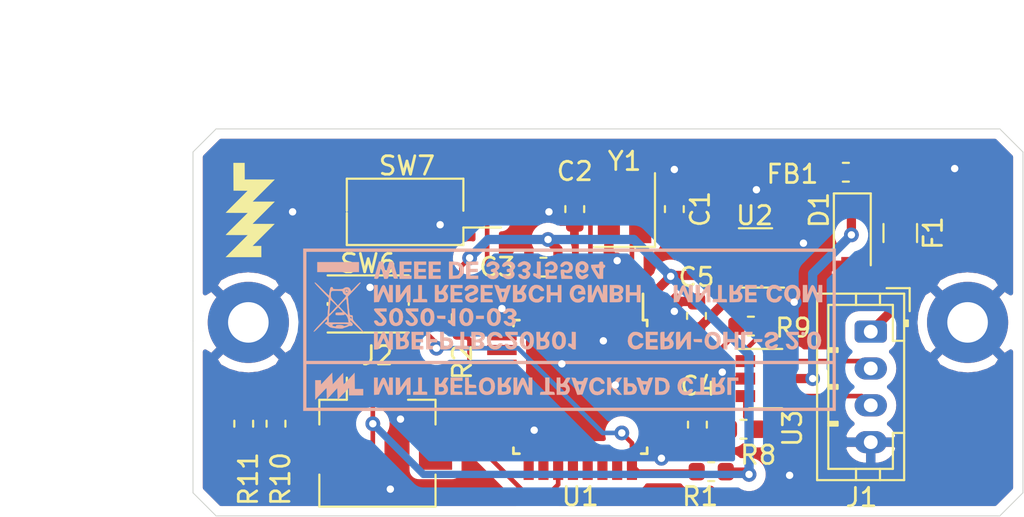
<source format=kicad_pcb>
(kicad_pcb (version 20171130) (host pcbnew 5.1.8+dfsg1-1+b1)
  (layers (0 F.Cu signal) (31 B.Cu signal) (34 B.Paste user) (35 F.Paste user) (36 B.SilkS user hide) (37 F.SilkS user) (38 B.Mask user) (39 F.Mask user) (44 Edge.Cuts user))
  (net 0 "")
  (net 1 GND)
  (net 2 "Net-(C1-Pad1)")
  (net 3 "Net-(C2-Pad2)")
  (net 4 +3V3)
  (net 5 "Net-(C4-Pad1)")
  (net 6 +5V)
  (net 7 SDA)
  (net 8 SCL)
  (net 9 RST)
  (net 10 RDY)
  (net 11 "Net-(R1-Pad2)")
  (net 12 "Net-(R2-Pad1)")
  (net 13 "Net-(R8-Pad2)")
  (net 14 "Net-(R9-Pad1)")
  (net 15 "Net-(U1-Pad26)")
  (net 16 "Net-(U1-Pad25)")
  (net 17 "Net-(U1-Pad23)")
  (net 18 "Net-(U1-Pad22)")
  (net 19 "Net-(U1-Pad21)")
  (net 20 "Net-(U1-Pad20)")
  (net 21 "Net-(U1-Pad18)")
  (net 22 "Net-(U1-Pad17)")
  (net 23 "Net-(U1-Pad14)")
  (net 24 "Net-(U1-Pad12)")
  (net 25 "Net-(U1-Pad11)")
  (net 26 "Net-(U1-Pad10)")
  (net 27 "Net-(U1-Pad9)")
  (net 28 "Net-(U1-Pad8)")
  (net 29 "Net-(U1-Pad7)")
  (net 30 "Net-(U1-Pad6)")
  (net 31 "Net-(U1-Pad5)")
  (net 32 "Net-(U2-Pad4)")
  (net 33 /5V_IN)
  (net 34 "Net-(F1-Pad1)")
  (net 35 /PD+)
  (net 36 /PD-)
  (net 37 /UD+)
  (net 38 /UD-)
  (module footprints2:Diptronics-PTLP2 (layer F.Cu) (at 183 104.5)
    (fp_text reference SW6 (at 0 -2.2) (layer F.SilkS))
    (fp_text value SW_RST)
    (pad 1 smd rect (at -2.425 -0.85 90) (size 1 1.75) (layers F.Cu F.Paste F.Mask) (net 1 GND))
    (pad 2 smd rect (at -2.425 0.85 90) (size 1 1.75) (layers F.Cu F.Paste F.Mask) (net 11 "Net-(R1-Pad2)"))
    (pad 1 smd rect (at 2.425 -0.85 90) (size 1 1.75) (layers F.Cu F.Paste F.Mask) (net 1 GND))
    (pad 2 smd rect (at 2.425 0.85 90) (size 1 1.75) (layers F.Cu F.Paste F.Mask) (net 11 "Net-(R1-Pad2)"))
  )
  (module Crystal:Crystal_SMD_3225-4Pin_3.2x2.5mm (layer F.Cu) (at 196.9 99.4 90)
    (fp_text reference Y1 (at 2.65 0 180) (layer F.SilkS))
    (fp_text value Crystal_GND24)
    (pad 4 smd rect (at -1.1 -0.85 90) (size 1.4 1.2) (layers F.Cu F.Paste F.Mask) (net 1 GND))
    (pad 3 smd rect (at 1.1 -0.85 90) (size 1.4 1.2) (layers F.Cu F.Paste F.Mask) (net 3 "Net-(C2-Pad2)"))
    (pad 2 smd rect (at 1.1 0.85 90) (size 1.4 1.2) (layers F.Cu F.Paste F.Mask) (net 1 GND))
    (pad 1 smd rect (at -1.1 0.85 90) (size 1.4 1.2) (layers F.Cu F.Paste F.Mask) (net 2 "Net-(C1-Pad1)"))
  )
  (module footprints:mnt-minilogo (layer F.Cu) (at 176.6 99.4 90)
    (fp_text reference MK13 hide)
    (fp_text value LOGO hide)
  )
  (module footprints:reform2-trackpadctrl-badge (layer B.Cu) (at 193.9 105.9)
    (fp_text reference MK1 hide)
    (fp_text value BADGE hide)
  )
  (module Resistor_SMD:R_0603_1608Metric (layer F.Cu) (at 188.05 105.2125 90)
    (fp_text reference R2 (at -2.4375 0.05 90) (layer F.SilkS))
    (fp_text value 10k)
    (pad 2 smd roundrect (at 0.7875 0 90) (size 0.875 0.95) (layers F.Cu F.Paste F.Mask) (net 4 +3V3))
    (pad 1 smd roundrect (at -0.7875 0 90) (size 0.875 0.95) (layers F.Cu F.Paste F.Mask) (net 12 "Net-(R2-Pad1)"))
  )
  (module Package_TO_SOT_SMD:SOT-23-6 (layer F.Cu) (at 204.55 108.55)
    (fp_text reference U3 (at 1.45 2.7 90) (layer F.SilkS))
    (fp_text value USBLC6-2SC6)
    (pad 5 smd rect (at 1.1 0) (size 1.06 0.65) (layers F.Cu F.Paste F.Mask) (net 6 +5V))
    (pad 6 smd rect (at 1.1 -0.95) (size 1.06 0.65) (layers F.Cu F.Paste F.Mask) (net 36 /PD-))
    (pad 4 smd rect (at 1.1 0.95) (size 1.06 0.65) (layers F.Cu F.Paste F.Mask) (net 35 /PD+))
    (pad 3 smd rect (at -1.1 0.95) (size 1.06 0.65) (layers F.Cu F.Paste F.Mask) (net 37 /UD+))
    (pad 2 smd rect (at -1.1 0) (size 1.06 0.65) (layers F.Cu F.Paste F.Mask) (net 1 GND))
    (pad 1 smd rect (at -1.1 -0.95) (size 1.06 0.65) (layers F.Cu F.Paste F.Mask) (net 38 /UD-))
  )
  (module Inductor_SMD:L_0603_1608Metric (layer F.Cu) (at 208.9 97.35)
    (fp_text reference FB1 (at -2.9 0.1) (layer F.SilkS))
    (fp_text value BLM18PG221SH1D)
    (pad 2 smd roundrect (at 0.7875 0) (size 0.875 0.95) (layers F.Cu F.Paste F.Mask) (net 34 "Net-(F1-Pad1)"))
    (pad 1 smd roundrect (at -0.7875 0) (size 0.875 0.95) (layers F.Cu F.Paste F.Mask) (net 6 +5V))
  )
  (module Fuse:Fuse_1206_3216Metric_Castellated (layer F.Cu) (at 211.85 100.65 270)
    (fp_text reference F1 (at 0 -1.78 90) (layer F.SilkS))
    (fp_text value 0ZCJ0075AF2E)
    (pad 2 smd roundrect (at 1.425 0 270) (size 1.6 1.65) (layers F.Cu F.Paste F.Mask) (roundrect_rratio 0.15625) (net 33 /5V_IN))
    (pad 1 smd roundrect (at -1.425 0 270) (size 1.6 1.65) (layers F.Cu F.Paste F.Mask) (roundrect_rratio 0.15625) (net 34 "Net-(F1-Pad1)"))
  )
  (module Diode_SMD:D_SOD-123 (layer F.Cu) (at 209.25 100.75 270)
    (fp_text reference D1 (at -1.35 1.8 90) (layer F.SilkS))
    (fp_text value BZT52-B5V6J)
    (pad 2 smd rect (at 1.65 0 270) (size 0.9 1.2) (layers F.Cu F.Paste F.Mask) (net 1 GND))
    (pad 1 smd rect (at -1.65 0 270) (size 0.9 1.2) (layers F.Cu F.Paste F.Mask) (net 6 +5V))
  )
  (module Connector_FFC-FPC:Hirose_FH12-6S-0.5SH_1x06-1MP_P0.50mm_Horizontal (layer F.Cu) (at 183.5 111)
    (fp_text reference J2 (at 0 -3.7) (layer F.SilkS))
    (fp_text value Conn_01x06_Female)
    (pad 6 smd rect (at 1.25 -1.85) (size 0.3 1.3) (layers F.Cu F.Paste F.Mask) (net 10 RDY))
    (pad 5 smd rect (at 0.75 -1.85) (size 0.3 1.3) (layers F.Cu F.Paste F.Mask) (net 9 RST))
    (pad 4 smd rect (at 0.25 -1.85) (size 0.3 1.3) (layers F.Cu F.Paste F.Mask) (net 1 GND))
    (pad 3 smd rect (at -0.25 -1.85) (size 0.3 1.3) (layers F.Cu F.Paste F.Mask) (net 4 +3V3))
    (pad 2 smd rect (at -0.75 -1.85) (size 0.3 1.3) (layers F.Cu F.Paste F.Mask) (net 8 SCL))
    (pad 1 smd rect (at -1.25 -1.85) (size 0.3 1.3) (layers F.Cu F.Paste F.Mask) (net 7 SDA))
    (pad MP smd rect (at -3.15 1.4) (size 1.8 2.2) (layers F.Cu F.Paste F.Mask))
    (pad MP smd rect (at 3.15 1.4) (size 1.8 2.2) (layers F.Cu F.Paste F.Mask))
  )
  (module Package_TO_SOT_SMD:SOT-23-5 (layer F.Cu) (at 204 102 180)
    (fp_text reference U2 (at 0.05 2.3 180) (layer F.SilkS))
    (fp_text value TLV75533PDBV)
    (pad 5 smd rect (at 1.1 -0.95 180) (size 1.06 0.65) (layers F.Cu F.Paste F.Mask) (net 4 +3V3))
    (pad 4 smd rect (at 1.1 0.95 180) (size 1.06 0.65) (layers F.Cu F.Paste F.Mask) (net 32 "Net-(U2-Pad4)"))
    (pad 3 smd rect (at -1.1 0.95 180) (size 1.06 0.65) (layers F.Cu F.Paste F.Mask) (net 6 +5V))
    (pad 2 smd rect (at -1.1 0 180) (size 1.06 0.65) (layers F.Cu F.Paste F.Mask) (net 1 GND))
    (pad 1 smd rect (at -1.1 -0.95 180) (size 1.06 0.65) (layers F.Cu F.Paste F.Mask) (net 6 +5V))
  )
  (module Package_QFP:TQFP-32_7x7mm_P0.8mm (layer F.Cu) (at 194.5 109 270)
    (fp_text reference U1 (at 5.95 0 180) (layer F.SilkS))
    (fp_text value ATmega32U2-AU)
    (pad 32 smd rect (at -2.8 -4.25) (size 1.6 0.55) (layers F.Cu F.Paste F.Mask) (net 4 +3V3))
    (pad 31 smd rect (at -2 -4.25) (size 1.6 0.55) (layers F.Cu F.Paste F.Mask) (net 6 +5V))
    (pad 30 smd rect (at -1.2 -4.25) (size 1.6 0.55) (layers F.Cu F.Paste F.Mask) (net 14 "Net-(R9-Pad1)"))
    (pad 29 smd rect (at -0.4 -4.25) (size 1.6 0.55) (layers F.Cu F.Paste F.Mask) (net 13 "Net-(R8-Pad2)"))
    (pad 28 smd rect (at 0.4 -4.25) (size 1.6 0.55) (layers F.Cu F.Paste F.Mask) (net 1 GND))
    (pad 27 smd rect (at 1.2 -4.25) (size 1.6 0.55) (layers F.Cu F.Paste F.Mask) (net 5 "Net-(C4-Pad1)"))
    (pad 26 smd rect (at 2 -4.25) (size 1.6 0.55) (layers F.Cu F.Paste F.Mask) (net 15 "Net-(U1-Pad26)"))
    (pad 25 smd rect (at 2.8 -4.25) (size 1.6 0.55) (layers F.Cu F.Paste F.Mask) (net 16 "Net-(U1-Pad25)"))
    (pad 24 smd rect (at 4.25 -2.8 270) (size 1.6 0.55) (layers F.Cu F.Paste F.Mask) (net 11 "Net-(R1-Pad2)"))
    (pad 23 smd rect (at 4.25 -2 270) (size 1.6 0.55) (layers F.Cu F.Paste F.Mask) (net 17 "Net-(U1-Pad23)"))
    (pad 22 smd rect (at 4.25 -1.2 270) (size 1.6 0.55) (layers F.Cu F.Paste F.Mask) (net 18 "Net-(U1-Pad22)"))
    (pad 21 smd rect (at 4.25 -0.4 270) (size 1.6 0.55) (layers F.Cu F.Paste F.Mask) (net 19 "Net-(U1-Pad21)"))
    (pad 20 smd rect (at 4.25 0.4 270) (size 1.6 0.55) (layers F.Cu F.Paste F.Mask) (net 20 "Net-(U1-Pad20)"))
    (pad 19 smd rect (at 4.25 1.2 270) (size 1.6 0.55) (layers F.Cu F.Paste F.Mask) (net 10 RDY))
    (pad 18 smd rect (at 4.25 2 270) (size 1.6 0.55) (layers F.Cu F.Paste F.Mask) (net 21 "Net-(U1-Pad18)"))
    (pad 17 smd rect (at 4.25 2.8 270) (size 1.6 0.55) (layers F.Cu F.Paste F.Mask) (net 22 "Net-(U1-Pad17)"))
    (pad 16 smd rect (at 2.8 4.25) (size 1.6 0.55) (layers F.Cu F.Paste F.Mask) (net 8 SCL))
    (pad 15 smd rect (at 2 4.25) (size 1.6 0.55) (layers F.Cu F.Paste F.Mask) (net 7 SDA))
    (pad 14 smd rect (at 1.2 4.25) (size 1.6 0.55) (layers F.Cu F.Paste F.Mask) (net 23 "Net-(U1-Pad14)"))
    (pad 13 smd rect (at 0.4 4.25) (size 1.6 0.55) (layers F.Cu F.Paste F.Mask) (net 12 "Net-(R2-Pad1)"))
    (pad 12 smd rect (at -0.4 4.25) (size 1.6 0.55) (layers F.Cu F.Paste F.Mask) (net 24 "Net-(U1-Pad12)"))
    (pad 11 smd rect (at -1.2 4.25) (size 1.6 0.55) (layers F.Cu F.Paste F.Mask) (net 25 "Net-(U1-Pad11)"))
    (pad 10 smd rect (at -2 4.25) (size 1.6 0.55) (layers F.Cu F.Paste F.Mask) (net 26 "Net-(U1-Pad10)"))
    (pad 9 smd rect (at -2.8 4.25) (size 1.6 0.55) (layers F.Cu F.Paste F.Mask) (net 27 "Net-(U1-Pad9)"))
    (pad 8 smd rect (at -4.25 2.8 270) (size 1.6 0.55) (layers F.Cu F.Paste F.Mask) (net 28 "Net-(U1-Pad8)"))
    (pad 7 smd rect (at -4.25 2 270) (size 1.6 0.55) (layers F.Cu F.Paste F.Mask) (net 29 "Net-(U1-Pad7)"))
    (pad 6 smd rect (at -4.25 1.2 270) (size 1.6 0.55) (layers F.Cu F.Paste F.Mask) (net 30 "Net-(U1-Pad6)"))
    (pad 5 smd rect (at -4.25 0.4 270) (size 1.6 0.55) (layers F.Cu F.Paste F.Mask) (net 31 "Net-(U1-Pad5)"))
    (pad 4 smd rect (at -4.25 -0.4 270) (size 1.6 0.55) (layers F.Cu F.Paste F.Mask) (net 4 +3V3))
    (pad 3 smd rect (at -4.25 -1.2 270) (size 1.6 0.55) (layers F.Cu F.Paste F.Mask) (net 1 GND))
    (pad 2 smd rect (at -4.25 -2 270) (size 1.6 0.55) (layers F.Cu F.Paste F.Mask) (net 3 "Net-(C2-Pad2)"))
    (pad 1 smd rect (at -4.25 -2.8 270) (size 1.6 0.55) (layers F.Cu F.Paste F.Mask) (net 2 "Net-(C1-Pad1)"))
  )
  (module Button_Switch_SMD:SW_DIP_SPSTx01_Slide_Omron_A6S-110x_W8.9mm_P2.54mm (layer F.Cu) (at 185 99.5 180)
    (fp_text reference SW7 (at -0.1 2.5) (layer F.SilkS))
    (fp_text value SW_HWB)
    (pad 2 smd rect (at 4.45 0 180) (size 1.5 1.1) (layers F.Cu F.Paste F.Mask) (net 1 GND))
    (pad 1 smd rect (at -4.45 0 180) (size 1.5 1.1) (layers F.Cu F.Paste F.Mask) (net 12 "Net-(R2-Pad1)"))
  )
  (module Resistor_SMD:R_0603_1608Metric (layer F.Cu) (at 176.25 111 270)
    (fp_text reference R11 (at 3 -0.25 90) (layer F.SilkS))
    (fp_text value 4.7k)
    (pad 2 smd roundrect (at 0.7875 0 270) (size 0.875 0.95) (layers F.Cu F.Paste F.Mask) (net 4 +3V3))
    (pad 1 smd roundrect (at -0.7875 0 270) (size 0.875 0.95) (layers F.Cu F.Paste F.Mask) (net 7 SDA))
  )
  (module Resistor_SMD:R_0603_1608Metric (layer F.Cu) (at 178 111 270)
    (fp_text reference R10 (at 3 -0.25 90) (layer F.SilkS))
    (fp_text value 4.7k)
    (pad 2 smd roundrect (at 0.7875 0 270) (size 0.875 0.95) (layers F.Cu F.Paste F.Mask) (net 4 +3V3))
    (pad 1 smd roundrect (at -0.7875 0 270) (size 0.875 0.95) (layers F.Cu F.Paste F.Mask) (net 8 SCL))
  )
  (module Resistor_SMD:R_0603_1608Metric (layer F.Cu) (at 203.75 105.7)
    (fp_text reference R9 (at 2.3 0.1) (layer F.SilkS))
    (fp_text value 22)
    (pad 2 smd roundrect (at 0.7875 0) (size 0.875 0.95) (layers F.Cu F.Paste F.Mask) (net 38 /UD-))
    (pad 1 smd roundrect (at -0.7875 0) (size 0.875 0.95) (layers F.Cu F.Paste F.Mask) (net 14 "Net-(R9-Pad1)"))
  )
  (module Resistor_SMD:R_0603_1608Metric (layer F.Cu) (at 203.35 111.3 180)
    (fp_text reference R8 (at -0.8 -1.4 180) (layer F.SilkS))
    (fp_text value 22)
    (pad 2 smd roundrect (at 0.7875 0 180) (size 0.875 0.95) (layers F.Cu F.Paste F.Mask) (net 13 "Net-(R8-Pad2)"))
    (pad 1 smd roundrect (at -0.7875 0 180) (size 0.875 0.95) (layers F.Cu F.Paste F.Mask) (net 37 /UD+))
  )
  (module Resistor_SMD:R_0603_1608Metric (layer F.Cu) (at 201.6 113.6 180)
    (fp_text reference R1 (at 0.6 -1.35) (layer F.SilkS))
    (fp_text value 10k)
    (pad 2 smd roundrect (at 0.7875 0 180) (size 0.875 0.95) (layers F.Cu F.Paste F.Mask) (net 11 "Net-(R1-Pad2)"))
    (pad 1 smd roundrect (at -0.7875 0 180) (size 0.875 0.95) (layers F.Cu F.Paste F.Mask) (net 4 +3V3))
  )
  (module MountingHole:MountingHole_2.2mm_M2_Pad (layer F.Cu) (at 176.5 105.5 270)
    (fp_text reference MK6 hide)
    (fp_text value Mounting_Hole)
    (pad 1 thru_hole circle (at 0 0 270) (size 4.4 4.4) (drill 2.2) (layers *.Cu *.Mask) (net 1 GND))
  )
  (module MountingHole:MountingHole_2.2mm_M2_Pad (layer F.Cu) (at 215.5 105.5 270)
    (fp_text reference MK5 hide)
    (fp_text value Mounting_Hole)
    (pad 1 thru_hole circle (at 0 0 270) (size 4.4 4.4) (drill 2.2) (layers *.Cu *.Mask) (net 1 GND))
  )
  (module Connector_JST:JST_PH_B4B-PH-K_1x04_P2.00mm_Vertical (layer F.Cu) (at 210.25 106 270)
    (fp_text reference J1 (at 9 0.5 180) (layer F.SilkS))
    (fp_text value Conn_USB)
    (pad 4 thru_hole oval (at 6 0 270) (size 1.2 1.75) (drill 0.75) (layers *.Cu *.Mask) (net 1 GND))
    (pad 3 thru_hole oval (at 4 0 270) (size 1.2 1.75) (drill 0.75) (layers *.Cu *.Mask) (net 35 /PD+))
    (pad 2 thru_hole oval (at 2 0 270) (size 1.2 1.75) (drill 0.75) (layers *.Cu *.Mask) (net 36 /PD-))
    (pad 1 thru_hole roundrect (at 0 0 270) (size 1.2 1.75) (drill 0.75) (layers *.Cu *.Mask) (roundrect_rratio 0.208333) (net 33 /5V_IN))
  )
  (module Capacitor_SMD:C_0603_1608Metric (layer F.Cu) (at 200.8 105.15 90)
    (fp_text reference C5 (at 2.1 0 180) (layer F.SilkS))
    (fp_text value 0.1uF)
    (pad 2 smd roundrect (at 0.7875 0 90) (size 0.875 0.95) (layers F.Cu F.Paste F.Mask) (net 1 GND))
    (pad 1 smd roundrect (at -0.7875 0 90) (size 0.875 0.95) (layers F.Cu F.Paste F.Mask) (net 6 +5V))
  )
  (module Capacitor_SMD:C_0603_1608Metric (layer F.Cu) (at 200.85 111.05 270)
    (fp_text reference C4 (at -2.1 -0.05 180) (layer F.SilkS))
    (fp_text value 1uF)
    (pad 2 smd roundrect (at 0.7875 0 270) (size 0.875 0.95) (layers F.Cu F.Paste F.Mask) (net 1 GND))
    (pad 1 smd roundrect (at -0.7875 0 270) (size 0.875 0.95) (layers F.Cu F.Paste F.Mask) (net 5 "Net-(C4-Pad1)"))
  )
  (module Capacitor_SMD:C_0603_1608Metric (layer F.Cu) (at 192.5 102.5 180)
    (fp_text reference C3 (at 2.5 0) (layer F.SilkS))
    (fp_text value 0.1uF)
    (pad 2 smd roundrect (at 0.7875 0 180) (size 0.875 0.95) (layers F.Cu F.Paste F.Mask) (net 1 GND))
    (pad 1 smd roundrect (at -0.7875 0 180) (size 0.875 0.95) (layers F.Cu F.Paste F.Mask) (net 4 +3V3))
  )
  (module Capacitor_SMD:C_0603_1608Metric (layer F.Cu) (at 194.2 99.35 90)
    (fp_text reference C2 (at 2.05 0 180) (layer F.SilkS))
    (fp_text value 18pF)
    (pad 2 smd roundrect (at 0.7875 0 90) (size 0.875 0.95) (layers F.Cu F.Paste F.Mask) (net 3 "Net-(C2-Pad2)"))
    (pad 1 smd roundrect (at -0.7875 0 90) (size 0.875 0.95) (layers F.Cu F.Paste F.Mask) (net 1 GND))
  )
  (module Capacitor_SMD:C_0603_1608Metric (layer F.Cu) (at 199.6 99.35 90)
    (fp_text reference C1 (at 0 1.4 90) (layer F.SilkS))
    (fp_text value 18pF)
    (pad 2 smd roundrect (at 0.7875 0 90) (size 0.875 0.95) (layers F.Cu F.Paste F.Mask) (net 1 GND))
    (pad 1 smd roundrect (at -0.7875 0 90) (size 0.875 0.95) (layers F.Cu F.Paste F.Mask) (net 2 "Net-(C1-Pad1)"))
  )
  (gr_line (start 218.5 114.75) (end 217.25 116) (layer Edge.Cuts) (width 0.05))
  (gr_line (start 217.25 95) (end 218.5 96.25) (layer Edge.Cuts) (width 0.05))
  (gr_line (start 174.75 116) (end 173.5 114.75) (layer Edge.Cuts) (width 0.05))
  (gr_line (start 174.75 95) (end 173.5 96.25) (layer Edge.Cuts) (width 0.05))
  (gr_line (start 173.5 114.75) (end 173.5 106.5) (layer Edge.Cuts) (width 0.05))
  (gr_line (start 217.25 116) (end 174.75 116) (layer Edge.Cuts) (width 0.05))
  (gr_line (start 218.5 96.25) (end 218.5 114.75) (layer Edge.Cuts) (width 0.05))
  (gr_line (start 174.75 95) (end 217.25 95) (layer Edge.Cuts) (width 0.05))
  (gr_line (start 173.5 106.5) (end 173.5 96.25) (layer Edge.Cuts) (width 0.05))
  (segment (start 195.7 104.75) (end 195.7 106.45) (width 0.25) (layer F.Cu) (net 1))
  (via (at 195.75 106.5) (size 0.8) (drill 0.4) (layers F.Cu B.Cu) (net 1))
  (segment (start 195.7 106.45) (end 195.75 106.5) (width 0.25) (layer F.Cu) (net 1))
  (via (at 193.5 107.75) (size 0.8) (drill 0.4) (layers F.Cu B.Cu) (net 1))
  (segment (start 184.45 110.75) (end 184.75 110.75) (width 0.25) (layer F.Cu) (net 1))
  (via (at 184.75 110.75) (size 0.8) (drill 0.4) (layers F.Cu B.Cu) (net 1))
  (segment (start 183.75 109.15) (end 183.75 110.05) (width 0.25) (layer F.Cu) (net 1))
  (segment (start 183.75 110.05) (end 184.45 110.75) (width 0.25) (layer F.Cu) (net 1))
  (via (at 190.25 104.75) (size 0.8) (drill 0.4) (layers F.Cu B.Cu) (net 1))
  (via (at 206.6 101.2) (size 0.8) (drill 0.4) (layers F.Cu B.Cu) (net 1))
  (segment (start 205.1 102) (end 206.13 102) (width 0.5) (layer F.Cu) (net 1))
  (segment (start 206.13 102) (end 206.6 101.53) (width 0.5) (layer F.Cu) (net 1))
  (segment (start 206.6 101.53) (end 206.6 101.2) (width 0.5) (layer F.Cu) (net 1))
  (via (at 206.1 104.4) (size 0.8) (drill 0.4) (layers F.Cu B.Cu) (net 1))
  (via (at 204.05 98.3) (size 0.8) (drill 0.4) (layers F.Cu B.Cu) (net 1))
  (via (at 214.8 97.15) (size 0.8) (drill 0.4) (layers F.Cu B.Cu) (net 1))
  (via (at 184.2 114.55) (size 0.8) (drill 0.4) (layers F.Cu B.Cu) (net 1))
  (via (at 192 111.35) (size 0.8) (drill 0.4) (layers F.Cu B.Cu) (net 1))
  (via (at 205.85 113.8) (size 0.8) (drill 0.4) (layers F.Cu B.Cu) (net 1))
  (via (at 196.5 102.15) (size 0.8) (drill 0.4) (layers F.Cu B.Cu) (net 1))
  (segment (start 196.05 101.7) (end 196.5 102.15) (width 0.25) (layer F.Cu) (net 1))
  (segment (start 196.05 100.5) (end 196.05 101.7) (width 0.25) (layer F.Cu) (net 1))
  (segment (start 199.3375 98.3) (end 199.6 98.5625) (width 0.25) (layer F.Cu) (net 1))
  (segment (start 197.75 98.3) (end 199.3375 98.3) (width 0.25) (layer F.Cu) (net 1))
  (via (at 199.6 97.2) (size 0.8) (drill 0.4) (layers F.Cu B.Cu) (net 1))
  (segment (start 199.6 98.5625) (end 199.6 97.2) (width 0.25) (layer F.Cu) (net 1))
  (via (at 192.8 99.5) (size 0.8) (drill 0.4) (layers F.Cu B.Cu) (net 1))
  (segment (start 193.4375 100.1375) (end 192.8 99.5) (width 0.25) (layer F.Cu) (net 1))
  (segment (start 194.2 100.1375) (end 193.4375 100.1375) (width 0.25) (layer F.Cu) (net 1))
  (via (at 198.9 112.875) (size 0.8) (drill 0.4) (layers F.Cu B.Cu) (net 1))
  (segment (start 199.8125 112.875) (end 198.9 112.875) (width 0.25) (layer F.Cu) (net 1))
  (segment (start 200.85 111.8375) (end 199.8125 112.875) (width 0.25) (layer F.Cu) (net 1))
  (via (at 199.6 104.9) (size 0.8) (drill 0.4) (layers F.Cu B.Cu) (net 1))
  (segment (start 200.1375 104.3625) (end 199.6 104.9) (width 0.25) (layer F.Cu) (net 1))
  (segment (start 200.8 104.3625) (end 200.1375 104.3625) (width 0.25) (layer F.Cu) (net 1))
  (via (at 196.4 108.9) (size 0.8) (drill 0.4) (layers F.Cu B.Cu) (net 1))
  (segment (start 198.75 109.4) (end 196.9 109.4) (width 0.5) (layer F.Cu) (net 1))
  (segment (start 196.9 109.4) (end 196.4 108.9) (width 0.5) (layer F.Cu) (net 1))
  (via (at 202.2 108.2) (size 0.8) (drill 0.4) (layers F.Cu B.Cu) (net 1))
  (segment (start 202.55 108.55) (end 202.2 108.2) (width 0.25) (layer F.Cu) (net 1))
  (segment (start 203.45 108.55) (end 202.55 108.55) (width 0.25) (layer F.Cu) (net 1))
  (via (at 186.9 100.2) (size 0.8) (drill 0.4) (layers F.Cu B.Cu) (net 1))
  (via (at 178.9 99.5) (size 0.8) (drill 0.4) (layers F.Cu B.Cu) (net 1))
  (via (at 183.1 103.6) (size 0.8) (drill 0.4) (layers F.Cu B.Cu) (net 1))
  (segment (start 199.2375 100.5) (end 199.6 100.1375) (width 0.25) (layer F.Cu) (net 2))
  (segment (start 197.75 100.5) (end 199.2375 100.5) (width 0.25) (layer F.Cu) (net 2))
  (segment (start 197.3 100.95) (end 197.75 100.5) (width 0.25) (layer F.Cu) (net 2))
  (segment (start 197.3 104.75) (end 197.3 100.95) (width 0.25) (layer F.Cu) (net 2))
  (segment (start 194.4625 98.3) (end 194.2 98.5625) (width 0.25) (layer F.Cu) (net 3))
  (segment (start 196.05 98.3) (end 194.4625 98.3) (width 0.25) (layer F.Cu) (net 3))
  (segment (start 196.5 103.4) (end 196.5 104.75) (width 0.25) (layer F.Cu) (net 3))
  (segment (start 195.05 101.95) (end 196.5 103.4) (width 0.25) (layer F.Cu) (net 3))
  (segment (start 195.05 99.3) (end 195.05 101.95) (width 0.25) (layer F.Cu) (net 3))
  (segment (start 196.05 98.3) (end 195.05 99.3) (width 0.25) (layer F.Cu) (net 3))
  (via (at 192.75 101) (size 0.8) (drill 0.4) (layers F.Cu B.Cu) (net 4))
  (segment (start 193.2875 102.5) (end 193.2875 101.5375) (width 0.5) (layer F.Cu) (net 4))
  (segment (start 193.2875 101.5375) (end 192.75 101) (width 0.5) (layer F.Cu) (net 4))
  (segment (start 194.9 103.45) (end 194.9 104.75) (width 0.5) (layer F.Cu) (net 4))
  (segment (start 194.411612 102.961612) (end 194.9 103.45) (width 0.5) (layer F.Cu) (net 4))
  (segment (start 193.2875 102.5) (end 193.749112 102.961612) (width 0.5) (layer F.Cu) (net 4))
  (segment (start 193.749112 102.961612) (end 194.411612 102.961612) (width 0.5) (layer F.Cu) (net 4))
  (via (at 188.5 102) (size 0.8) (drill 0.4) (layers F.Cu B.Cu) (net 4))
  (segment (start 192.75 101) (end 189.5 101) (width 0.5) (layer B.Cu) (net 4))
  (segment (start 188.899999 101.600001) (end 188.5 102) (width 0.5) (layer B.Cu) (net 4))
  (segment (start 189.5 101) (end 188.899999 101.600001) (width 0.5) (layer B.Cu) (net 4))
  (segment (start 178 111.7875) (end 176.25 111.7875) (width 0.25) (layer F.Cu) (net 4))
  (via (at 183.25 111) (size 0.8) (drill 0.4) (layers F.Cu B.Cu) (net 4))
  (segment (start 183.25 109.15) (end 183.25 111) (width 0.25) (layer F.Cu) (net 4))
  (segment (start 183.25 111.565685) (end 183.25 111) (width 0.25) (layer F.Cu) (net 4))
  (segment (start 178 113.25) (end 179.25 114.5) (width 0.25) (layer F.Cu) (net 4))
  (segment (start 178 111.7875) (end 178 113.25) (width 0.25) (layer F.Cu) (net 4))
  (segment (start 179.25 114.5) (end 182 114.5) (width 0.25) (layer F.Cu) (net 4))
  (segment (start 183.25 113.25) (end 183.25 111.565685) (width 0.25) (layer F.Cu) (net 4))
  (segment (start 182 114.5) (end 183.25 113.25) (width 0.25) (layer F.Cu) (net 4))
  (segment (start 197.4 101) (end 199.4 103) (width 0.5) (layer B.Cu) (net 4))
  (segment (start 192.75 101) (end 197.4 101) (width 0.5) (layer B.Cu) (net 4))
  (segment (start 199.45 102.95) (end 199.4 103) (width 0.5) (layer F.Cu) (net 4))
  (segment (start 202.9 102.95) (end 199.45 102.95) (width 0.5) (layer F.Cu) (net 4))
  (via (at 199.4 103) (size 0.8) (drill 0.4) (layers F.Cu B.Cu) (net 4))
  (segment (start 203.65 107.25) (end 203.65 113.75) (width 0.5) (layer B.Cu) (net 4))
  (segment (start 199.4 103) (end 203.65 107.25) (width 0.5) (layer B.Cu) (net 4))
  (segment (start 186 113.75) (end 203.65 113.75) (width 0.4) (layer B.Cu) (net 4))
  (segment (start 203.4 113.5) (end 203.65 113.75) (width 0.25) (layer F.Cu) (net 4))
  (segment (start 202.5375 113.5) (end 203.4 113.5) (width 0.25) (layer F.Cu) (net 4))
  (segment (start 183.25 111) (end 186 113.75) (width 0.4) (layer B.Cu) (net 4))
  (via (at 203.65 113.75) (size 0.8) (drill 0.4) (layers F.Cu B.Cu) (net 4))
  (segment (start 198.55 103.85) (end 199.4 103) (width 0.5) (layer F.Cu) (net 4))
  (segment (start 198.55 106) (end 198.55 103.85) (width 0.5) (layer F.Cu) (net 4))
  (segment (start 198.75 106.2) (end 198.55 106) (width 0.5) (layer F.Cu) (net 4))
  (segment (start 188.05 104.425) (end 188.05 102.45) (width 0.25) (layer F.Cu) (net 4))
  (segment (start 188.05 102.45) (end 188.5 102) (width 0.25) (layer F.Cu) (net 4))
  (segment (start 200.7875 110.2) (end 200.85 110.2625) (width 0.25) (layer F.Cu) (net 5))
  (segment (start 198.75 110.2) (end 200.7875 110.2) (width 0.25) (layer F.Cu) (net 5))
  (segment (start 209.25 98.4875) (end 208.1125 97.35) (width 0.5) (layer F.Cu) (net 6))
  (segment (start 209.25 99.1) (end 209.25 98.4875) (width 0.5) (layer F.Cu) (net 6))
  (segment (start 207.05 99.1) (end 209.25 99.1) (width 0.5) (layer F.Cu) (net 6))
  (segment (start 205.1 101.05) (end 207.05 99.1) (width 0.5) (layer F.Cu) (net 6))
  (segment (start 202.1875 104.55) (end 200.8 105.9375) (width 0.5) (layer F.Cu) (net 6))
  (segment (start 202.965002 104.55) (end 202.1875 104.55) (width 0.5) (layer F.Cu) (net 6))
  (segment (start 204 103.515002) (end 202.965002 104.55) (width 0.5) (layer F.Cu) (net 6))
  (segment (start 204.384998 101.05) (end 204 101.434998) (width 0.5) (layer F.Cu) (net 6))
  (segment (start 205.1 101.05) (end 204.384998 101.05) (width 0.5) (layer F.Cu) (net 6))
  (segment (start 204.1 102.95) (end 204 102.85) (width 0.5) (layer F.Cu) (net 6))
  (segment (start 205.1 102.95) (end 204.1 102.95) (width 0.5) (layer F.Cu) (net 6))
  (segment (start 204 102.85) (end 204 103.515002) (width 0.5) (layer F.Cu) (net 6))
  (segment (start 204 101.434998) (end 204 102.85) (width 0.5) (layer F.Cu) (net 6))
  (via (at 207.1 108.55) (size 0.8) (drill 0.4) (layers F.Cu B.Cu) (net 6))
  (segment (start 205.65 108.55) (end 207.1 108.55) (width 0.5) (layer F.Cu) (net 6))
  (via (at 209.2 100.75) (size 0.8) (drill 0.4) (layers F.Cu B.Cu) (net 6))
  (segment (start 207.1 102.85) (end 209.2 100.75) (width 0.5) (layer B.Cu) (net 6))
  (segment (start 207.1 108.55) (end 207.1 102.85) (width 0.5) (layer B.Cu) (net 6))
  (segment (start 209.2 99.15) (end 209.25 99.1) (width 0.5) (layer F.Cu) (net 6))
  (segment (start 209.2 100.75) (end 209.2 99.15) (width 0.5) (layer F.Cu) (net 6))
  (segment (start 200.8 106.7) (end 200.8 105.9375) (width 0.5) (layer F.Cu) (net 6))
  (segment (start 200.5 107) (end 200.8 106.7) (width 0.5) (layer F.Cu) (net 6))
  (segment (start 198.75 107) (end 200.5 107) (width 0.5) (layer F.Cu) (net 6))
  (segment (start 189.2 111) (end 190.25 111) (width 0.25) (layer F.Cu) (net 7))
  (segment (start 185.45 107.25) (end 189.2 111) (width 0.25) (layer F.Cu) (net 7))
  (segment (start 182.5 107.25) (end 185.45 107.25) (width 0.25) (layer F.Cu) (net 7))
  (segment (start 182.25 109.15) (end 182.25 107.5) (width 0.25) (layer F.Cu) (net 7))
  (segment (start 182.25 107.5) (end 182.5 107.25) (width 0.25) (layer F.Cu) (net 7))
  (segment (start 177.3125 109.15) (end 182.25 109.15) (width 0.25) (layer F.Cu) (net 7))
  (segment (start 176.25 110.2125) (end 177.3125 109.15) (width 0.25) (layer F.Cu) (net 7))
  (segment (start 183 107.75) (end 182.75 108) (width 0.25) (layer F.Cu) (net 8))
  (segment (start 185.25 107.75) (end 183 107.75) (width 0.25) (layer F.Cu) (net 8))
  (segment (start 182.75 108) (end 182.75 109.15) (width 0.25) (layer F.Cu) (net 8))
  (segment (start 190.25 111.8) (end 189.3 111.8) (width 0.25) (layer F.Cu) (net 8))
  (segment (start 189.3 111.8) (end 185.25 107.75) (width 0.25) (layer F.Cu) (net 8))
  (segment (start 178 110.2125) (end 178.5375 110.75) (width 0.25) (layer F.Cu) (net 8))
  (segment (start 182.75 110.05) (end 182.75 109.15) (width 0.25) (layer F.Cu) (net 8))
  (segment (start 182.05 110.75) (end 182.75 110.05) (width 0.25) (layer F.Cu) (net 8))
  (segment (start 178.5375 110.75) (end 182.05 110.75) (width 0.25) (layer F.Cu) (net 8))
  (segment (start 192.85 114.75) (end 193.3 114.3) (width 0.25) (layer F.Cu) (net 10))
  (segment (start 193.3 114.3) (end 193.3 113.25) (width 0.25) (layer F.Cu) (net 10))
  (segment (start 191.5 114.75) (end 192.85 114.75) (width 0.25) (layer F.Cu) (net 10))
  (segment (start 184.75 109.15) (end 185.9 109.15) (width 0.25) (layer F.Cu) (net 10))
  (segment (start 185.9 109.15) (end 191.5 114.75) (width 0.25) (layer F.Cu) (net 10))
  (via (at 196.75 111.5) (size 0.8) (drill 0.4) (layers F.Cu B.Cu) (net 11))
  (segment (start 197.3 113.25) (end 197.3 112.05) (width 0.25) (layer F.Cu) (net 11))
  (segment (start 197.3 112.05) (end 196.75 111.5) (width 0.25) (layer F.Cu) (net 11))
  (segment (start 197.65 113.6) (end 197.3 113.25) (width 0.25) (layer F.Cu) (net 11))
  (segment (start 200.8125 113.6) (end 197.65 113.6) (width 0.25) (layer F.Cu) (net 11))
  (segment (start 191.121389 106.9) (end 186.7 106.9) (width 0.25) (layer B.Cu) (net 11))
  (segment (start 195.721389 111.5) (end 191.121389 106.9) (width 0.25) (layer B.Cu) (net 11))
  (segment (start 196.75 111.5) (end 195.721389 111.5) (width 0.25) (layer B.Cu) (net 11))
  (via (at 186.7 106.9) (size 0.8) (drill 0.4) (layers F.Cu B.Cu) (net 11))
  (segment (start 186.7 106.625) (end 185.425 105.35) (width 0.25) (layer F.Cu) (net 11))
  (segment (start 186.7 106.9) (end 186.7 106.625) (width 0.25) (layer F.Cu) (net 11))
  (segment (start 180.575 105.35) (end 185.425 105.35) (width 0.25) (layer F.Cu) (net 11))
  (segment (start 188 105.95) (end 188.05 106) (width 0.25) (layer F.Cu) (net 12))
  (segment (start 188.491908 106.441908) (end 188.05 106) (width 0.25) (layer F.Cu) (net 12))
  (segment (start 190.25 109.4) (end 189.2 109.4) (width 0.25) (layer F.Cu) (net 12))
  (segment (start 189.2 109.4) (end 188.491908 108.691908) (width 0.25) (layer F.Cu) (net 12))
  (segment (start 188.491908 108.691908) (end 188.491908 106.441908) (width 0.25) (layer F.Cu) (net 12))
  (segment (start 189.45 104.6) (end 189.45 99.5) (width 0.25) (layer F.Cu) (net 12))
  (segment (start 188.05 106) (end 189.45 104.6) (width 0.25) (layer F.Cu) (net 12))
  (segment (start 198.94999 108.40001) (end 198.75 108.6) (width 0.25) (layer F.Cu) (net 13))
  (segment (start 201.15001 108.40001) (end 198.94999 108.40001) (width 0.25) (layer F.Cu) (net 13))
  (segment (start 202.3 109.55) (end 201.15001 108.40001) (width 0.25) (layer F.Cu) (net 13))
  (segment (start 202.3 111.0375) (end 202.3 109.55) (width 0.25) (layer F.Cu) (net 13))
  (segment (start 202.5625 111.3) (end 202.3 111.0375) (width 0.25) (layer F.Cu) (net 13))
  (segment (start 198.85 107.9) (end 198.75 107.8) (width 0.25) (layer F.Cu) (net 14))
  (segment (start 201.15 107.9) (end 198.85 107.9) (width 0.25) (layer F.Cu) (net 14))
  (segment (start 202.9625 106.0875) (end 201.15 107.9) (width 0.25) (layer F.Cu) (net 14))
  (segment (start 202.9625 105.7) (end 202.9625 106.0875) (width 0.25) (layer F.Cu) (net 14))
  (segment (start 211.85 104.4) (end 210.25 106) (width 0.5) (layer F.Cu) (net 33))
  (segment (start 211.85 102.075) (end 211.85 104.4) (width 0.5) (layer F.Cu) (net 33))
  (segment (start 209.975 97.35) (end 211.85 99.225) (width 0.5) (layer F.Cu) (net 34))
  (segment (start 209.6875 97.35) (end 209.975 97.35) (width 0.5) (layer F.Cu) (net 34))
  (segment (start 209.75 109.5) (end 210.25 110) (width 0.25) (layer F.Cu) (net 35))
  (segment (start 205.65 109.5) (end 209.75 109.5) (width 0.25) (layer F.Cu) (net 35))
  (segment (start 209.85 107.6) (end 210.25 108) (width 0.25) (layer F.Cu) (net 36))
  (segment (start 205.65 107.6) (end 209.85 107.6) (width 0.25) (layer F.Cu) (net 36))
  (segment (start 203.45 110.6125) (end 204.1375 111.3) (width 0.25) (layer F.Cu) (net 37))
  (segment (start 203.45 109.5) (end 203.45 110.6125) (width 0.25) (layer F.Cu) (net 37))
  (segment (start 203.45 107) (end 204.5375 105.9125) (width 0.25) (layer F.Cu) (net 38))
  (segment (start 204.5375 105.9125) (end 204.5375 105.7) (width 0.25) (layer F.Cu) (net 38))
  (segment (start 203.45 107.6) (end 203.45 107) (width 0.25) (layer F.Cu) (net 38))
  (zone (net 1) (net_name GND) (layer F.Cu) (connect_pads (clearance 0.508)) (min_thickness 0.254) (fill yes (arc_segments 32) (thermal_gap 0.508) (thermal_bridge_width 0.508))
    (polygon (pts (xy 173.5 95) (xy 218.5 95) (xy 218.5 116) (xy 173.5 116)))
  )
  (zone (net 1) (net_name GND) (layer B.Cu) (connect_pads (clearance 0.508)) (min_thickness 0.254) (fill yes (arc_segments 32) (thermal_gap 0.508) (thermal_bridge_width 0.508))
    (polygon (pts (xy 173.5 95) (xy 218.5 95) (xy 218.5 116) (xy 173.5 116)))
  )
)
</source>
